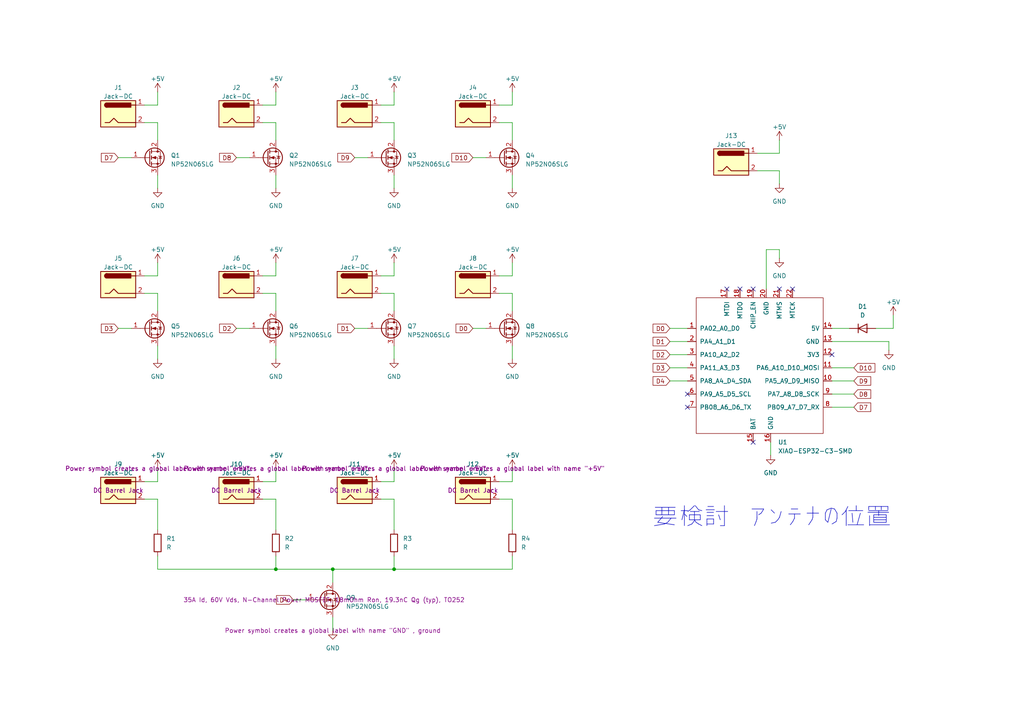
<source format=kicad_sch>
(kicad_sch (version 20250114) (generator "eeschema") (generator_version "9.0")
  (paper "A4")
  (lib_symbols
    (symbol "Connector:Jack-DC" (pin_names (offset 1.016))
      (property "Reference" "J" (at 0 5.334 0))
      (property "Value" "Jack-DC" (at 0 -5.08 0))
      (symbol "Jack-DC_0_1"
        (rectangle (start -5.08 3.81) (end 5.08 -3.81) (stroke (width 0.254)) (fill (type background)))
        (polyline (pts (xy -3.81 -2.54) (xy -2.54 -2.54) (xy -1.27 -1.27) (xy 0 -2.54) (xy 2.54 -2.54) (xy 5.08 -2.54)) (stroke (width 0.254)))
        (arc (start -3.302 1.905) (mid -3.9343 2.54) (end -3.302 3.175) (stroke (width 0.254)))
        (arc (start -3.302 1.905) (mid -3.9343 2.54) (end -3.302 3.175) (stroke (width 0.254)) (fill (type outline)))
        (rectangle (start 3.683 3.175) (end -3.302 1.905) (stroke (width 0.254)) (fill (type outline)))
        (polyline (pts (xy 5.08 2.54) (xy 3.81 2.54)) (stroke (width 0.254)))
      )
      (symbol "Jack-DC_1_1"
        (pin passive line (at 7.62 2.54 180) (length 2.54) (name "~") (number "1"))
        (pin passive line (at 7.62 -2.54 180) (length 2.54) (name "~") (number "2"))
      )
    )
    (symbol "Device:D" (pin_numbers (hide yes)) (pin_names (offset 1.016) (hide yes))
      (property "Reference" "D" (at 0 2.54 0))
      (property "Value" "D" (at 0 -2.54 0))
      (symbol "D_0_1"
        (polyline (pts (xy -1.27 1.27) (xy -1.27 -1.27)) (stroke (width 0.254)))
        (polyline (pts (xy 1.27 1.27) (xy 1.27 -1.27) (xy -1.27 0) (xy 1.27 1.27)) (stroke (width 0.254)))
        (polyline (pts (xy 1.27 0) (xy -1.27 0)))
      )
      (symbol "D_1_1"
        (pin passive line (at -3.81 0 0) (length 2.54) (name "K") (number "1"))
        (pin passive line (at 3.81 0 180) (length 2.54) (name "A") (number "2"))
      )
    )
    (symbol "Device:R" (pin_numbers (hide yes)) (pin_names (offset 0))
      (property "Reference" "R" (at 2.032 0 90))
      (property "Value" "R" (at 0 0 90))
      (symbol "R_0_1"
        (rectangle (start -1.016 -2.54) (end 1.016 2.54) (stroke (width 0.254)))
      )
      (symbol "R_1_1"
        (pin passive line (at 0 3.81 270) (length 1.27) (name "~") (number "1"))
        (pin passive line (at 0 -3.81 90) (length 1.27) (name "~") (number "2"))
      )
    )
    (symbol "Seeed_Studio_XIAO_Series-20240814:XIAO-ESP32-C3-SMD" (pin_names (offset 1.016))
      (property "Reference" "U" (at -18.542 23.114 0))
      (property "Value" "XIAO-ESP32-C3-SMD" (at -8.382 21.336 0))
      (symbol "XIAO-ESP32-C3-SMD_0_1"
        (rectangle (start -19.05 20.32) (end 17.78 -19.05))
      )
      (symbol "XIAO-ESP32-C3-SMD_1_1"
        (pin passive line (at -21.59 11.43 0) (length 2.54) (name "PA02_A0_D0") (number "1"))
        (pin passive line (at -21.59 7.62 0) (length 2.54) (name "PA4_A1_D1") (number "2"))
        (pin passive line (at -21.59 3.81 0) (length 2.54) (name "PA10_A2_D2") (number "3"))
        (pin passive line (at -21.59 0 0) (length 2.54) (name "PA11_A3_D3") (number "4"))
        (pin passive line (at -21.59 -3.81 0) (length 2.54) (name "PA8_A4_D4_SDA") (number "5"))
        (pin passive line (at -21.59 -7.62 0) (length 2.54) (name "PA9_A5_D5_SCL") (number "6"))
        (pin passive line (at -21.59 -11.43 0) (length 2.54) (name "PB08_A6_D6_TX") (number "7"))
        (pin passive line (at -10.16 22.86 270) (length 2.54) (name "MTDI") (number "17"))
        (pin passive line (at -6.35 22.86 270) (length 2.54) (name "MTDO") (number "18"))
        (pin passive line (at -2.54 22.86 270) (length 2.54) (name "CHIP_EN") (number "19"))
        (pin passive line (at -2.54 -21.59 90) (length 2.54) (name "BAT") (number "15"))
        (pin passive line (at 1.27 22.86 270) (length 2.54) (name "GND") (number "20"))
        (pin passive line (at 2.54 -21.59 90) (length 2.54) (name "GND") (number "16"))
        (pin passive line (at 5.08 22.86 270) (length 2.54) (name "MTMS") (number "21"))
        (pin passive line (at 8.89 22.86 270) (length 2.54) (name "MTCK") (number "22"))
        (pin passive line (at 20.32 11.43 180) (length 2.54) (name "5V") (number "14"))
        (pin passive line (at 20.32 7.62 180) (length 2.54) (name "GND") (number "13"))
        (pin passive line (at 20.32 3.81 180) (length 2.54) (name "3V3") (number "12"))
        (pin passive line (at 20.32 0 180) (length 2.54) (name "PA6_A10_D10_MOSI") (number "11"))
        (pin passive line (at 20.32 -3.81 180) (length 2.54) (name "PA5_A9_D9_MISO") (number "10"))
        (pin passive line (at 20.32 -7.62 180) (length 2.54) (name "PA7_A8_D8_SCK") (number "9"))
        (pin passive line (at 20.32 -11.43 180) (length 2.54) (name "PB09_A7_D7_RX") (number "8"))
      )
    )
    (symbol "Transistor_FET:QM6006D" (pin_names (hide yes))
      (property "Reference" "Q" (at 5.08 1.905 0))
      (property "Value" "QM6006D" (at 5.08 0 0))
      (symbol "QM6006D_0_1"
        (polyline (pts (xy 0.254 1.905) (xy 0.254 -1.905)) (stroke (width 0.254)))
        (polyline (pts (xy 0.254 0) (xy -2.54 0)))
        (polyline (pts (xy 0.762 2.286) (xy 0.762 1.27)) (stroke (width 0.254)))
        (polyline (pts (xy 0.762 0.508) (xy 0.762 -0.508)) (stroke (width 0.254)))
        (polyline (pts (xy 0.762 -1.27) (xy 0.762 -2.286)) (stroke (width 0.254)))
        (polyline (pts (xy 0.762 -1.778) (xy 3.302 -1.778) (xy 3.302 1.778) (xy 0.762 1.778)))
        (polyline (pts (xy 1.016 0) (xy 2.032 0.381) (xy 2.032 -0.381) (xy 1.016 0)) (fill (type outline)))
        (circle (center 1.651 0) (radius 2.794) (stroke (width 0.254)))
        (polyline (pts (xy 2.54 2.54) (xy 2.54 1.778)))
        (circle (center 2.54 1.778) (radius 0.254) (fill (type outline)))
        (circle (center 2.54 -1.778) (radius 0.254) (fill (type outline)))
        (polyline (pts (xy 2.54 -2.54) (xy 2.54 0) (xy 0.762 0)))
        (polyline (pts (xy 2.794 0.508) (xy 2.921 0.381) (xy 3.683 0.381) (xy 3.81 0.254)))
        (polyline (pts (xy 3.302 0.381) (xy 2.921 -0.254) (xy 3.683 -0.254) (xy 3.302 0.381)))
      )
      (symbol "QM6006D_1_1"
        (pin input line (at -5.08 0 0) (length 2.54) (name "G") (number "1"))
        (pin passive line (at 2.54 5.08 270) (length 2.54) (name "D") (number "2"))
        (pin passive line (at 2.54 -5.08 90) (length 2.54) (name "S") (number "3"))
      )
    )
    (symbol "power:+5V" (power) (pin_numbers (hide yes)) (pin_names (offset 0) (hide yes))
      (property "Value" "+5V" (at 0 3.556 0))
      (symbol "+5V_0_1"
        (polyline (pts (xy -0.762 1.27) (xy 0 2.54)))
        (polyline (pts (xy 0 2.54) (xy 0.762 1.27)))
        (polyline (pts (xy 0 0) (xy 0 2.54)))
      )
      (symbol "+5V_1_1"
        (pin power_in line (at 0 0 90) (length 0) (name "~") (number "1"))
      )
    )
    (symbol "power:GND" (power) (pin_numbers (hide yes)) (pin_names (offset 0) (hide yes))
      (property "Value" "GND" (at 0 -3.81 0))
      (symbol "GND_0_1"
        (polyline (pts (xy 0 0) (xy 0 -1.27) (xy 1.27 -1.27) (xy 0 -2.54) (xy -1.27 -1.27) (xy 0 -1.27)))
      )
      (symbol "GND_1_1"
        (pin power_in line (at 0 0 270) (length 0) (name "~") (number "1"))
      )
    )
  )
  (text "要検討　アンテナの位置" (at 224.028 150.368 0) (effects (font (size 5.08 5.08))))
  (junction (at 114.3 165.1))
  (junction (at 96.52 165.1))
  (junction (at 80.01 165.1))
  (no_connect (at 199.39 118.11))
  (no_connect (at 210.82 83.82))
  (no_connect (at 218.44 83.82))
  (no_connect (at 226.06 83.82))
  (no_connect (at 218.44 128.27))
  (no_connect (at 229.87 83.82))
  (no_connect (at 214.63 83.82))
  (no_connect (at 241.3 102.87))
  (no_connect (at 199.39 114.3))
  (wire (pts (xy 110.49 80.01) (xy 114.3 80.01)))
  (wire (pts (xy 222.25 83.82) (xy 222.25 72.39)))
  (wire (pts (xy 41.91 30.48) (xy 45.72 30.48)))
  (wire (pts (xy 45.72 165.1) (xy 45.72 161.29)))
  (wire (pts (xy 114.3 80.01) (xy 114.3 76.2)))
  (wire (pts (xy 76.2 80.01) (xy 80.01 80.01)))
  (wire (pts (xy 226.06 72.39) (xy 226.06 74.93)))
  (wire (pts (xy 41.91 144.78) (xy 45.72 144.78)))
  (wire (pts (xy 148.59 50.8) (xy 148.59 54.61)))
  (wire (pts (xy 148.59 139.7) (xy 148.59 135.89)))
  (wire (pts (xy 96.52 179.07) (xy 96.52 182.88)))
  (wire (pts (xy 223.52 128.27) (xy 223.52 132.08)))
  (wire (pts (xy 76.2 30.48) (xy 80.01 30.48)))
  (wire (pts (xy 41.91 80.01) (xy 45.72 80.01)))
  (wire (pts (xy 241.3 110.49) (xy 247.65 110.49)))
  (wire (pts (xy 80.01 80.01) (xy 80.01 76.2)))
  (wire (pts (xy 76.2 85.09) (xy 80.01 85.09)))
  (wire (pts (xy 241.3 99.06) (xy 257.81 99.06)))
  (wire (pts (xy 137.16 95.25) (xy 140.97 95.25)))
  (wire (pts (xy 85.09 173.99) (xy 88.9 173.99)))
  (wire (pts (xy 96.52 165.1) (xy 96.52 168.91)))
  (wire (pts (xy 144.78 139.7) (xy 148.59 139.7)))
  (wire (pts (xy 148.59 85.09) (xy 148.59 90.17)))
  (wire (pts (xy 45.72 30.48) (xy 45.72 26.67)))
  (wire (pts (xy 148.59 80.01) (xy 148.59 76.2)))
  (wire (pts (xy 144.78 144.78) (xy 148.59 144.78)))
  (wire (pts (xy 80.01 50.8) (xy 80.01 54.61)))
  (wire (pts (xy 114.3 100.33) (xy 114.3 104.14)))
  (wire (pts (xy 194.31 102.87) (xy 199.39 102.87)))
  (wire (pts (xy 41.91 35.56) (xy 45.72 35.56)))
  (wire (pts (xy 34.29 45.72) (xy 38.1 45.72)))
  (wire (pts (xy 219.71 44.45) (xy 226.06 44.45)))
  (wire (pts (xy 41.91 85.09) (xy 45.72 85.09)))
  (wire (pts (xy 96.52 165.1) (xy 80.01 165.1)))
  (wire (pts (xy 194.31 110.49) (xy 199.39 110.49)))
  (wire (pts (xy 241.3 95.25) (xy 246.38 95.25)))
  (wire (pts (xy 80.01 35.56) (xy 80.01 40.64)))
  (wire (pts (xy 110.49 35.56) (xy 114.3 35.56)))
  (wire (pts (xy 114.3 85.09) (xy 114.3 90.17)))
  (wire (pts (xy 114.3 165.1) (xy 96.52 165.1)))
  (wire (pts (xy 76.2 144.78) (xy 80.01 144.78)))
  (wire (pts (xy 45.72 144.78) (xy 45.72 153.67)))
  (wire (pts (xy 259.08 95.25) (xy 259.08 91.44)))
  (wire (pts (xy 68.58 95.25) (xy 72.39 95.25)))
  (wire (pts (xy 222.25 72.39) (xy 226.06 72.39)))
  (wire (pts (xy 144.78 80.01) (xy 148.59 80.01)))
  (wire (pts (xy 148.59 30.48) (xy 148.59 26.67)))
  (wire (pts (xy 148.59 144.78) (xy 148.59 153.67)))
  (wire (pts (xy 148.59 165.1) (xy 114.3 165.1)))
  (wire (pts (xy 110.49 144.78) (xy 114.3 144.78)))
  (wire (pts (xy 114.3 50.8) (xy 114.3 54.61)))
  (wire (pts (xy 114.3 30.48) (xy 114.3 26.67)))
  (wire (pts (xy 114.3 161.29) (xy 114.3 165.1)))
  (wire (pts (xy 41.91 139.7) (xy 45.72 139.7)))
  (wire (pts (xy 76.2 139.7) (xy 80.01 139.7)))
  (wire (pts (xy 34.29 95.25) (xy 38.1 95.25)))
  (wire (pts (xy 45.72 85.09) (xy 45.72 90.17)))
  (wire (pts (xy 114.3 35.56) (xy 114.3 40.64)))
  (wire (pts (xy 144.78 30.48) (xy 148.59 30.48)))
  (wire (pts (xy 114.3 139.7) (xy 114.3 135.89)))
  (wire (pts (xy 226.06 44.45) (xy 226.06 40.64)))
  (wire (pts (xy 45.72 100.33) (xy 45.72 104.14)))
  (wire (pts (xy 241.3 118.11) (xy 247.65 118.11)))
  (wire (pts (xy 80.01 144.78) (xy 80.01 153.67)))
  (wire (pts (xy 102.87 95.25) (xy 106.68 95.25)))
  (wire (pts (xy 219.71 49.53) (xy 226.06 49.53)))
  (wire (pts (xy 137.16 45.72) (xy 140.97 45.72)))
  (wire (pts (xy 257.81 99.06) (xy 257.81 101.6)))
  (wire (pts (xy 45.72 35.56) (xy 45.72 40.64)))
  (wire (pts (xy 194.31 99.06) (xy 199.39 99.06)))
  (wire (pts (xy 226.06 49.53) (xy 226.06 53.34)))
  (wire (pts (xy 148.59 100.33) (xy 148.59 104.14)))
  (wire (pts (xy 45.72 50.8) (xy 45.72 54.61)))
  (wire (pts (xy 194.31 95.25) (xy 199.39 95.25)))
  (wire (pts (xy 80.01 30.48) (xy 80.01 26.67)))
  (wire (pts (xy 110.49 139.7) (xy 114.3 139.7)))
  (wire (pts (xy 80.01 85.09) (xy 80.01 90.17)))
  (wire (pts (xy 110.49 85.09) (xy 114.3 85.09)))
  (wire (pts (xy 80.01 100.33) (xy 80.01 104.14)))
  (wire (pts (xy 194.31 106.68) (xy 199.39 106.68)))
  (wire (pts (xy 144.78 35.56) (xy 148.59 35.56)))
  (wire (pts (xy 45.72 80.01) (xy 45.72 76.2)))
  (wire (pts (xy 114.3 144.78) (xy 114.3 153.67)))
  (wire (pts (xy 110.49 30.48) (xy 114.3 30.48)))
  (wire (pts (xy 148.59 35.56) (xy 148.59 40.64)))
  (wire (pts (xy 80.01 139.7) (xy 80.01 135.89)))
  (wire (pts (xy 148.59 161.29) (xy 148.59 165.1)))
  (wire (pts (xy 102.87 45.72) (xy 106.68 45.72)))
  (wire (pts (xy 254 95.25) (xy 259.08 95.25)))
  (wire (pts (xy 68.58 45.72) (xy 72.39 45.72)))
  (wire (pts (xy 80.01 165.1) (xy 45.72 165.1)))
  (wire (pts (xy 45.72 139.7) (xy 45.72 135.89)))
  (wire (pts (xy 241.3 114.3) (xy 247.65 114.3)))
  (wire (pts (xy 144.78 85.09) (xy 148.59 85.09)))
  (wire (pts (xy 76.2 35.56) (xy 80.01 35.56)))
  (wire (pts (xy 80.01 161.29) (xy 80.01 165.1)))
  (wire (pts (xy 241.3 106.68) (xy 247.65 106.68)))
  (global_label "D4" (shape input) (at 194.31 110.49 180) (property "Intersheetrefs" "${INTERSHEET_REFS}" (effects (hide yes))))
  (global_label "D7" (shape input) (at 247.65 118.11 0) (property "Intersheetrefs" "${INTERSHEET_REFS}" (effects (hide yes))))
  (global_label "D0" (shape input) (at 194.31 95.25 180) (property "Intersheetrefs" "${INTERSHEET_REFS}" (effects (hide yes))))
  (global_label "D2" (shape input) (at 68.58 95.25 180) (property "Intersheetrefs" "${INTERSHEET_REFS}" (effects (hide yes))))
  (global_label "D0" (shape input) (at 137.16 95.25 180) (property "Intersheetrefs" "${INTERSHEET_REFS}" (effects (hide yes))))
  (global_label "D8" (shape input) (at 247.65 114.3 0) (property "Intersheetrefs" "${INTERSHEET_REFS}" (effects (hide yes))))
  (global_label "D8" (shape input) (at 68.58 45.72 180) (property "Intersheetrefs" "${INTERSHEET_REFS}" (effects (hide yes))))
  (global_label "D9" (shape input) (at 102.87 45.72 180) (property "Intersheetrefs" "${INTERSHEET_REFS}" (effects (hide yes))))
  (global_label "D7" (shape input) (at 34.29 45.72 180) (property "Intersheetrefs" "${INTERSHEET_REFS}" (effects (hide yes))))
  (global_label "D3" (shape input) (at 34.29 95.25 180) (property "Intersheetrefs" "${INTERSHEET_REFS}" (effects (hide yes))))
  (global_label "D3" (shape input) (at 194.31 106.68 180) (property "Intersheetrefs" "${INTERSHEET_REFS}" (effects (hide yes))))
  (global_label "D2" (shape input) (at 194.31 102.87 180) (property "Intersheetrefs" "${INTERSHEET_REFS}" (effects (hide yes))))
  (global_label "D9" (shape input) (at 247.65 110.49 0) (property "Intersheetrefs" "${INTERSHEET_REFS}" (effects (hide yes))))
  (global_label "D10" (shape input) (at 137.16 45.72 180) (property "Intersheetrefs" "${INTERSHEET_REFS}" (effects (hide yes))))
  (global_label "D4" (shape input) (at 85.09 173.99 180) (property "Intersheetrefs" "${INTERSHEET_REFS}" (effects (hide yes))))
  (global_label "D1" (shape input) (at 194.31 99.06 180) (property "Intersheetrefs" "${INTERSHEET_REFS}" (effects (hide yes))))
  (global_label "D1" (shape input) (at 102.87 95.25 180) (property "Intersheetrefs" "${INTERSHEET_REFS}" (effects (hide yes))))
  (global_label "D10" (shape input) (at 247.65 106.68 0) (property "Intersheetrefs" "${INTERSHEET_REFS}" (effects (hide yes))))
  (symbol (lib_id "Device:R") (at 114.3 157.48 0) (unit 1)
    (property "Reference" "R3" (at 116.84 156.2099 0) (effects (justify left)))
    (property "Value" "R" (at 116.84 158.7499 0) (effects (justify left)))
    (property "Footprint" "Resistor_SMD:R_0402_1005Metric" (effects (hide yes)))
    (property "Description" "Resistor" (effects (hide yes)))
  )
  (symbol (lib_id "Transistor_FET:QM6006D") (at 43.18 45.72 0) (unit 1)
    (property "Reference" "Q1" (at 49.53 45.085 0) (effects (justify left)))
    (property "Value" "NP52N06SLG" (at 49.53 47.625 0) (effects (justify left)))
    (property "Footprint" "Package_TO_SOT_SMD:TO-252-2" (effects (hide yes)))
    (property "Datasheet" "http://www.jaolen.com/images/pdf/QM6006D.pdf" (effects (hide yes)))
    (property "Description" "35A Id, 60V Vds, N-Channel Power MOSFET, 18mOhm Ron, 19.3nC Qg (typ), TO252" (effects (hide yes)))
  )
  (symbol (lib_id "Device:D") (at 250.19 95.25 0) (unit 1)
    (property "Reference" "D1" (at 250.19 88.9 0))
    (property "Value" "D" (at 250.19 91.44 0))
    (property "Footprint" "GS1010FL:GS1010FL" (effects (hide yes)))
    (property "Datasheet" "https://akizukidenshi.com/catalog/g/g106014/" (effects (hide yes)))
    (property "Description" "Diode" (effects (hide yes)))
    (property "Sim.Device" "D" (effects (hide yes)))
    (property "Sim.Pins" "1=K 2=A" (effects (hide yes)))
  )
  (symbol (lib_id "Seeed_Studio_XIAO_Series-20240814:XIAO-ESP32-C3-SMD") (at 220.98 106.68 0) (unit 1)
    (property "Reference" "U1" (at 225.6633 128.27 0) (effects (justify left)))
    (property "Value" "XIAO-ESP32-C3-SMD" (at 225.6633 130.81 0) (effects (justify left)))
    (property "Footprint" "Seeed_Studio_XIAO_Series:XIAO-ESP32-C3-SMD" (effects (hide yes)))
    (property "Datasheet" "https://wiki.seeedstudio.com/XIAO_ESP32C3_Getting_Started/" (effects (hide yes)))
  )
  (symbol (lib_id "power:+5V") (at 259.08 91.44 0) (unit 1)
    (property "Reference" "#PWR022" (effects (hide yes)))
    (property "Value" "+5V" (at 259.08 87.63 0))
    (property "Description" "Power symbol creates a global label with name \"+5V\"" (effects (hide yes)))
  )
  (symbol (lib_id "power:GND") (at 148.59 104.14 0) (unit 1)
    (property "Reference" "#PWR018" (effects (hide yes)))
    (property "Value" "GND" (at 148.59 109.22 0))
    (property "Description" "Power symbol creates a global label with name \"GND\" , ground" (effects (hide yes)))
  )
  (symbol (lib_id "power:+5V") (at 45.72 26.67 0) (unit 1)
    (property "Reference" "#PWR03" (effects (hide yes)))
    (property "Value" "+5V" (at 45.72 22.86 0))
    (property "Description" "Power symbol creates a global label with name \"+5V\"" (effects (hide yes)))
  )
  (symbol (lib_id "power:+5V") (at 148.59 26.67 0) (unit 1)
    (property "Reference" "#PWR09" (effects (hide yes)))
    (property "Value" "+5V" (at 148.59 22.86 0))
    (property "Description" "Power symbol creates a global label with name \"+5V\"" (effects (hide yes)))
  )
  (symbol (lib_id "power:GND") (at 223.52 132.08 0) (unit 1)
    (property "Reference" "#PWR026" (effects (hide yes)))
    (property "Value" "GND" (at 223.52 137.16 0))
    (property "Description" "Power symbol creates a global label with name \"GND\" , ground" (effects (hide yes)))
  )
  (symbol (lib_id "Connector:Jack-DC") (at 137.16 33.02 0) (unit 1)
    (property "Reference" "J4" (at 137.16 25.4 0))
    (property "Value" "Jack-DC" (at 137.16 27.94 0))
    (property "Footprint" "DCJack:DCJack" (effects (hide yes)))
    (property "Description" "DC Barrel Jack" (effects (hide yes)))
  )
  (symbol (lib_id "Transistor_FET:QM6006D") (at 146.05 95.25 0) (unit 1)
    (property "Reference" "Q8" (at 152.4 94.615 0) (effects (justify left)))
    (property "Value" "NP52N06SLG" (at 152.4 97.155 0) (effects (justify left)))
    (property "Footprint" "Package_TO_SOT_SMD:TO-252-2" (effects (hide yes)))
    (property "Datasheet" "http://www.jaolen.com/images/pdf/QM6006D.pdf" (effects (hide yes)))
    (property "Description" "35A Id, 60V Vds, N-Channel Power MOSFET, 18mOhm Ron, 19.3nC Qg (typ), TO252" (effects (hide yes)))
  )
  (symbol (lib_id "Device:R") (at 80.01 157.48 0) (unit 1)
    (property "Reference" "R2" (at 82.55 156.2099 0) (effects (justify left)))
    (property "Value" "R" (at 82.55 158.7499 0) (effects (justify left)))
    (property "Footprint" "Resistor_SMD:R_0402_1005Metric" (effects (hide yes)))
    (property "Description" "Resistor" (effects (hide yes)))
  )
  (symbol (lib_id "power:GND") (at 114.3 104.14 0) (unit 1)
    (property "Reference" "#PWR016" (effects (hide yes)))
    (property "Value" "GND" (at 114.3 109.22 0))
    (property "Description" "Power symbol creates a global label with name \"GND\" , ground" (effects (hide yes)))
  )
  (symbol (lib_id "Transistor_FET:QM6006D") (at 43.18 95.25 0) (unit 1)
    (property "Reference" "Q5" (at 49.53 94.615 0) (effects (justify left)))
    (property "Value" "NP52N06SLG" (at 49.53 97.155 0) (effects (justify left)))
    (property "Footprint" "Package_TO_SOT_SMD:TO-252-2" (effects (hide yes)))
    (property "Datasheet" "http://www.jaolen.com/images/pdf/QM6006D.pdf" (effects (hide yes)))
    (property "Description" "35A Id, 60V Vds, N-Channel Power MOSFET, 18mOhm Ron, 19.3nC Qg (typ), TO252" (effects (hide yes)))
  )
  (symbol (lib_id "Connector:Jack-DC") (at 34.29 33.02 0) (unit 1)
    (property "Reference" "J1" (at 34.29 25.4 0))
    (property "Value" "Jack-DC" (at 34.29 27.94 0))
    (property "Footprint" "DCJack:DCJack" (effects (hide yes)))
    (property "Description" "DC Barrel Jack" (effects (hide yes)))
  )
  (symbol (lib_id "power:GND") (at 226.06 53.34 0) (unit 1)
    (property "Reference" "#PWR02" (effects (hide yes)))
    (property "Value" "GND" (at 226.06 58.42 0))
    (property "Description" "Power symbol creates a global label with name \"GND\" , ground" (effects (hide yes)))
  )
  (symbol (lib_id "power:+5V") (at 45.72 76.2 0) (unit 1)
    (property "Reference" "#PWR011" (effects (hide yes)))
    (property "Value" "+5V" (at 45.72 72.39 0))
    (property "Description" "Power symbol creates a global label with name \"+5V\"" (effects (hide yes)))
  )
  (symbol (lib_id "power:GND") (at 45.72 54.61 0) (unit 1)
    (property "Reference" "#PWR04" (effects (hide yes)))
    (property "Value" "GND" (at 45.72 59.69 0))
    (property "Description" "Power symbol creates a global label with name \"GND\" , ground" (effects (hide yes)))
  )
  (symbol (lib_id "power:+5V") (at 114.3 135.89 0) (unit 1)
    (property "Reference" "#PWR025" (effects (hide yes)))
    (property "Value" "+5V" (at 114.3 132.08 0))
    (property "Description" "Power symbol creates a global label with name \"+5V\"" (at 114.3 135.89 0))
  )
  (symbol (lib_id "power:+5V") (at 80.01 135.89 0) (unit 1)
    (property "Reference" "#PWR021" (effects (hide yes)))
    (property "Value" "+5V" (at 80.01 132.08 0))
    (property "Description" "Power symbol creates a global label with name \"+5V\"" (at 80.01 135.89 0))
  )
  (symbol (lib_id "power:+5V") (at 226.06 40.64 0) (unit 1)
    (property "Reference" "#PWR01" (effects (hide yes)))
    (property "Value" "+5V" (at 226.06 36.83 0))
    (property "Description" "Power symbol creates a global label with name \"+5V\"" (effects (hide yes)))
  )
  (symbol (lib_id "power:+5V") (at 45.72 135.89 0) (unit 1)
    (property "Reference" "#PWR019" (effects (hide yes)))
    (property "Value" "+5V" (at 45.72 132.08 0))
    (property "Description" "Power symbol creates a global label with name \"+5V\"" (at 45.72 135.89 0))
  )
  (symbol (lib_id "Transistor_FET:QM6006D") (at 93.98 173.99 0) (unit 1)
    (property "Reference" "Q9" (at 100.33 173.355 0) (effects (justify left)))
    (property "Value" "NP52N06SLG" (at 100.33 175.895 0) (effects (justify left)))
    (property "Footprint" "Package_TO_SOT_SMD:TO-252-2" (effects (hide yes)))
    (property "Datasheet" "http://www.jaolen.com/images/pdf/QM6006D.pdf" (effects (hide yes)))
    (property "Description" "35A Id, 60V Vds, N-Channel Power MOSFET, 18mOhm Ron, 19.3nC Qg (typ), TO252" (at 93.98 173.99 0))
  )
  (symbol (lib_id "power:GND") (at 96.52 182.88 0) (unit 1)
    (property "Reference" "#PWR020" (effects (hide yes)))
    (property "Value" "GND" (at 96.52 187.96 0))
    (property "Description" "Power symbol creates a global label with name \"GND\" , ground" (at 96.52 182.88 0))
  )
  (symbol (lib_id "Transistor_FET:QM6006D") (at 77.47 45.72 0) (unit 1)
    (property "Reference" "Q2" (at 83.82 45.085 0) (effects (justify left)))
    (property "Value" "NP52N06SLG" (at 83.82 47.625 0) (effects (justify left)))
    (property "Footprint" "Package_TO_SOT_SMD:TO-252-2" (effects (hide yes)))
    (property "Datasheet" "http://www.jaolen.com/images/pdf/QM6006D.pdf" (effects (hide yes)))
    (property "Description" "35A Id, 60V Vds, N-Channel Power MOSFET, 18mOhm Ron, 19.3nC Qg (typ), TO252" (effects (hide yes)))
  )
  (symbol (lib_id "Connector:Jack-DC") (at 102.87 142.24 0) (unit 1)
    (property "Reference" "J11" (at 102.87 134.62 0))
    (property "Value" "Jack-DC" (at 102.87 137.16 0))
    (property "Footprint" "DCJack:DCJack" (effects (hide yes)))
    (property "Description" "DC Barrel Jack" (at 102.87 142.24 0))
  )
  (symbol (lib_id "power:GND") (at 114.3 54.61 0) (unit 1)
    (property "Reference" "#PWR08" (effects (hide yes)))
    (property "Value" "GND" (at 114.3 59.69 0))
    (property "Description" "Power symbol creates a global label with name \"GND\" , ground" (effects (hide yes)))
  )
  (symbol (lib_id "power:GND") (at 80.01 104.14 0) (unit 1)
    (property "Reference" "#PWR014" (effects (hide yes)))
    (property "Value" "GND" (at 80.01 109.22 0))
    (property "Description" "Power symbol creates a global label with name \"GND\" , ground" (effects (hide yes)))
  )
  (symbol (lib_id "Transistor_FET:QM6006D") (at 111.76 95.25 0) (unit 1)
    (property "Reference" "Q7" (at 118.11 94.615 0) (effects (justify left)))
    (property "Value" "NP52N06SLG" (at 118.11 97.155 0) (effects (justify left)))
    (property "Footprint" "Package_TO_SOT_SMD:TO-252-2" (effects (hide yes)))
    (property "Datasheet" "http://www.jaolen.com/images/pdf/QM6006D.pdf" (effects (hide yes)))
    (property "Description" "35A Id, 60V Vds, N-Channel Power MOSFET, 18mOhm Ron, 19.3nC Qg (typ), TO252" (effects (hide yes)))
  )
  (symbol (lib_id "Device:R") (at 45.72 157.48 0) (unit 1)
    (property "Reference" "R1" (at 48.26 156.2099 0) (effects (justify left)))
    (property "Value" "R" (at 48.26 158.7499 0) (effects (justify left)))
    (property "Footprint" "Resistor_SMD:R_0402_1005Metric" (effects (hide yes)))
    (property "Description" "Resistor" (effects (hide yes)))
  )
  (symbol (lib_id "Transistor_FET:QM6006D") (at 77.47 95.25 0) (unit 1)
    (property "Reference" "Q6" (at 83.82 94.615 0) (effects (justify left)))
    (property "Value" "NP52N06SLG" (at 83.82 97.155 0) (effects (justify left)))
    (property "Footprint" "Package_TO_SOT_SMD:TO-252-2" (effects (hide yes)))
    (property "Datasheet" "http://www.jaolen.com/images/pdf/QM6006D.pdf" (effects (hide yes)))
    (property "Description" "35A Id, 60V Vds, N-Channel Power MOSFET, 18mOhm Ron, 19.3nC Qg (typ), TO252" (effects (hide yes)))
  )
  (symbol (lib_id "power:GND") (at 45.72 104.14 0) (unit 1)
    (property "Reference" "#PWR012" (effects (hide yes)))
    (property "Value" "GND" (at 45.72 109.22 0))
    (property "Description" "Power symbol creates a global label with name \"GND\" , ground" (effects (hide yes)))
  )
  (symbol (lib_id "Transistor_FET:QM6006D") (at 111.76 45.72 0) (unit 1)
    (property "Reference" "Q3" (at 118.11 45.085 0) (effects (justify left)))
    (property "Value" "NP52N06SLG" (at 118.11 47.625 0) (effects (justify left)))
    (property "Footprint" "Package_TO_SOT_SMD:TO-252-2" (effects (hide yes)))
    (property "Datasheet" "http://www.jaolen.com/images/pdf/QM6006D.pdf" (effects (hide yes)))
    (property "Description" "35A Id, 60V Vds, N-Channel Power MOSFET, 18mOhm Ron, 19.3nC Qg (typ), TO252" (effects (hide yes)))
  )
  (symbol (lib_id "Connector:Jack-DC") (at 68.58 33.02 0) (unit 1)
    (property "Reference" "J2" (at 68.58 25.4 0))
    (property "Value" "Jack-DC" (at 68.58 27.94 0))
    (property "Footprint" "DCJack:DCJack" (effects (hide yes)))
    (property "Description" "DC Barrel Jack" (effects (hide yes)))
  )
  (symbol (lib_id "Connector:Jack-DC") (at 212.09 46.99 0) (unit 1)
    (property "Reference" "J13" (at 212.09 39.37 0))
    (property "Value" "Jack-DC" (at 212.09 41.91 0))
    (property "Footprint" "DCJack:DCJack" (effects (hide yes)))
    (property "Description" "DC Barrel Jack" (effects (hide yes)))
  )
  (symbol (lib_id "Connector:Jack-DC") (at 102.87 82.55 0) (unit 1)
    (property "Reference" "J7" (at 102.87 74.93 0))
    (property "Value" "Jack-DC" (at 102.87 77.47 0))
    (property "Footprint" "DCJack:DCJack" (effects (hide yes)))
    (property "Description" "DC Barrel Jack" (effects (hide yes)))
  )
  (symbol (lib_id "power:+5V") (at 114.3 26.67 0) (unit 1)
    (property "Reference" "#PWR07" (effects (hide yes)))
    (property "Value" "+5V" (at 114.3 22.86 0))
    (property "Description" "Power symbol creates a global label with name \"+5V\"" (effects (hide yes)))
  )
  (symbol (lib_id "power:GND") (at 80.01 54.61 0) (unit 1)
    (property "Reference" "#PWR06" (effects (hide yes)))
    (property "Value" "GND" (at 80.01 59.69 0))
    (property "Description" "Power symbol creates a global label with name \"GND\" , ground" (effects (hide yes)))
  )
  (symbol (lib_id "power:+5V") (at 148.59 135.89 0) (unit 1)
    (property "Reference" "#PWR023" (effects (hide yes)))
    (property "Value" "+5V" (at 148.59 132.08 0))
    (property "Description" "Power symbol creates a global label with name \"+5V\"" (at 148.59 135.89 0))
  )
  (symbol (lib_id "Connector:Jack-DC") (at 137.16 82.55 0) (unit 1)
    (property "Reference" "J8" (at 137.16 74.93 0))
    (property "Value" "Jack-DC" (at 137.16 77.47 0))
    (property "Footprint" "DCJack:DCJack" (effects (hide yes)))
    (property "Description" "DC Barrel Jack" (effects (hide yes)))
  )
  (symbol (lib_id "power:+5V") (at 114.3 76.2 0) (unit 1)
    (property "Reference" "#PWR015" (effects (hide yes)))
    (property "Value" "+5V" (at 114.3 72.39 0))
    (property "Description" "Power symbol creates a global label with name \"+5V\"" (effects (hide yes)))
  )
  (symbol (lib_id "Transistor_FET:QM6006D") (at 146.05 45.72 0) (unit 1)
    (property "Reference" "Q4" (at 152.4 45.085 0) (effects (justify left)))
    (property "Value" "NP52N06SLG" (at 152.4 47.625 0) (effects (justify left)))
    (property "Footprint" "Package_TO_SOT_SMD:TO-252-2" (effects (hide yes)))
    (property "Datasheet" "http://www.jaolen.com/images/pdf/QM6006D.pdf" (effects (hide yes)))
    (property "Description" "35A Id, 60V Vds, N-Channel Power MOSFET, 18mOhm Ron, 19.3nC Qg (typ), TO252" (effects (hide yes)))
  )
  (symbol (lib_id "Connector:Jack-DC") (at 68.58 142.24 0) (unit 1)
    (property "Reference" "J10" (at 68.58 134.62 0))
    (property "Value" "Jack-DC" (at 68.58 137.16 0))
    (property "Footprint" "DCJack:DCJack" (effects (hide yes)))
    (property "Description" "DC Barrel Jack" (at 68.58 142.24 0))
  )
  (symbol (lib_id "power:+5V") (at 80.01 26.67 0) (unit 1)
    (property "Reference" "#PWR05" (effects (hide yes)))
    (property "Value" "+5V" (at 80.01 22.86 0))
    (property "Description" "Power symbol creates a global label with name \"+5V\"" (effects (hide yes)))
  )
  (symbol (lib_id "Connector:Jack-DC") (at 102.87 33.02 0) (unit 1)
    (property "Reference" "J3" (at 102.87 25.4 0))
    (property "Value" "Jack-DC" (at 102.87 27.94 0))
    (property "Footprint" "DCJack:DCJack" (effects (hide yes)))
    (property "Description" "DC Barrel Jack" (effects (hide yes)))
  )
  (symbol (lib_id "power:GND") (at 257.81 101.6 0) (unit 1)
    (property "Reference" "#PWR024" (effects (hide yes)))
    (property "Value" "GND" (at 257.81 106.68 0))
    (property "Description" "Power symbol creates a global label with name \"GND\" , ground" (effects (hide yes)))
  )
  (symbol (lib_id "power:GND") (at 226.06 74.93 0) (unit 1)
    (property "Reference" "#PWR027" (effects (hide yes)))
    (property "Value" "GND" (at 226.06 80.01 0))
    (property "Description" "Power symbol creates a global label with name \"GND\" , ground" (effects (hide yes)))
  )
  (symbol (lib_id "Device:R") (at 148.59 157.48 0) (unit 1)
    (property "Reference" "R4" (at 151.13 156.2099 0) (effects (justify left)))
    (property "Value" "R" (at 151.13 158.7499 0) (effects (justify left)))
    (property "Footprint" "Resistor_SMD:R_0402_1005Metric" (effects (hide yes)))
    (property "Description" "Resistor" (effects (hide yes)))
  )
  (symbol (lib_id "Connector:Jack-DC") (at 34.29 142.24 0) (unit 1)
    (property "Reference" "J9" (at 34.29 134.62 0))
    (property "Value" "Jack-DC" (at 34.29 137.16 0))
    (property "Footprint" "DCJack:DCJack" (effects (hide yes)))
    (property "Description" "DC Barrel Jack" (at 34.29 142.24 0))
  )
  (symbol (lib_id "Connector:Jack-DC") (at 68.58 82.55 0) (unit 1)
    (property "Reference" "J6" (at 68.58 74.93 0))
    (property "Value" "Jack-DC" (at 68.58 77.47 0))
    (property "Footprint" "DCJack:DCJack" (effects (hide yes)))
    (property "Description" "DC Barrel Jack" (effects (hide yes)))
  )
  (symbol (lib_id "Connector:Jack-DC") (at 137.16 142.24 0) (unit 1)
    (property "Reference" "J12" (at 137.16 134.62 0))
    (property "Value" "Jack-DC" (at 137.16 137.16 0))
    (property "Footprint" "DCJack:DCJack" (effects (hide yes)))
    (property "Description" "DC Barrel Jack" (at 137.16 142.24 0))
  )
  (symbol (lib_id "Connector:Jack-DC") (at 34.29 82.55 0) (unit 1)
    (property "Reference" "J5" (at 34.29 74.93 0))
    (property "Value" "Jack-DC" (at 34.29 77.47 0))
    (property "Footprint" "DCJack:DCJack" (effects (hide yes)))
    (property "Description" "DC Barrel Jack" (effects (hide yes)))
  )
  (symbol (lib_id "power:GND") (at 148.59 54.61 0) (unit 1)
    (property "Reference" "#PWR010" (effects (hide yes)))
    (property "Value" "GND" (at 148.59 59.69 0))
    (property "Description" "Power symbol creates a global label with name \"GND\" , ground" (effects (hide yes)))
  )
  (symbol (lib_id "power:+5V") (at 148.59 76.2 0) (unit 1)
    (property "Reference" "#PWR017" (effects (hide yes)))
    (property "Value" "+5V" (at 148.59 72.39 0))
    (property "Description" "Power symbol creates a global label with name \"+5V\"" (effects (hide yes)))
  )
  (symbol (lib_id "power:+5V") (at 80.01 76.2 0) (unit 1)
    (property "Reference" "#PWR013" (effects (hide yes)))
    (property "Value" "+5V" (at 80.01 72.39 0))
    (property "Description" "Power symbol creates a global label with name \"+5V\"" (effects (hide yes)))
  )
)
</source>
